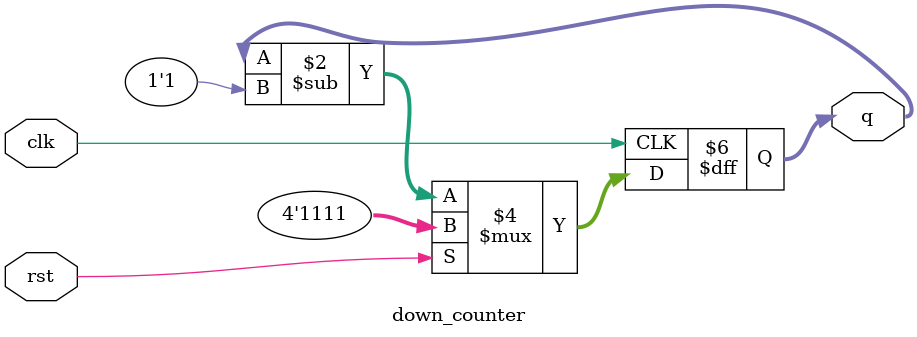
<source format=v>
module down_counter (
    input clk, rst,
    output reg [3:0] q
);

always @(posedge clk)
begin
    if (rst)
        q <= 4'b1111;
    else
        q <= q - 1'b1;
end

endmodule

</source>
